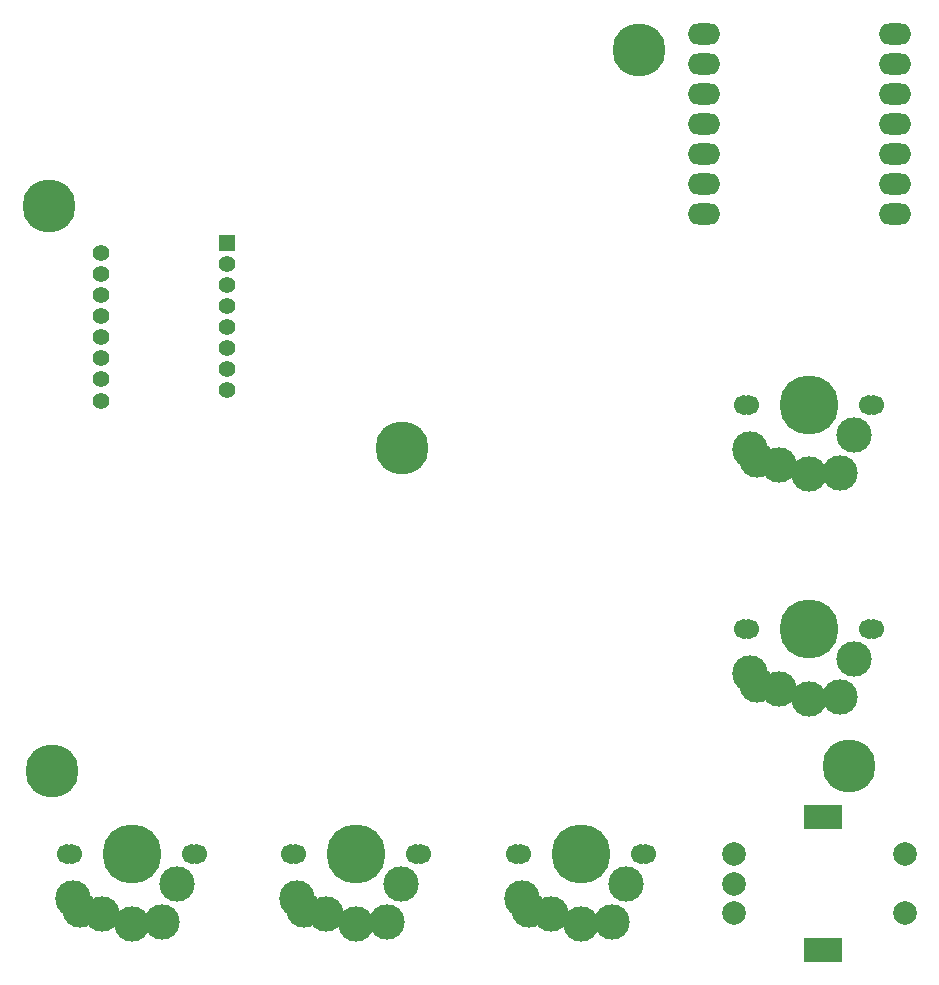
<source format=gbr>
%TF.GenerationSoftware,KiCad,Pcbnew,7.0.2*%
%TF.CreationDate,2024-03-23T03:03:49+01:00*%
%TF.ProjectId,Katkoot,4b61746b-6f6f-4742-9e6b-696361645f70,rev?*%
%TF.SameCoordinates,Original*%
%TF.FileFunction,Soldermask,Top*%
%TF.FilePolarity,Negative*%
%FSLAX46Y46*%
G04 Gerber Fmt 4.6, Leading zero omitted, Abs format (unit mm)*
G04 Created by KiCad (PCBNEW 7.0.2) date 2024-03-23 03:03:49*
%MOMM*%
%LPD*%
G01*
G04 APERTURE LIST*
%ADD10C,4.500000*%
%ADD11C,1.701800*%
%ADD12C,3.000000*%
%ADD13C,3.987800*%
%ADD14C,5.000000*%
%ADD15C,2.000000*%
%ADD16R,3.200000X2.000000*%
%ADD17O,2.750000X1.800000*%
%ADD18R,1.400000X1.400000*%
%ADD19C,1.400000*%
G04 APERTURE END LIST*
D10*
%TO.C,*%
X129300000Y-52300000D03*
%TD*%
D11*
%TO.C,SW2*%
X188170000Y-69150000D03*
X188590000Y-69150000D03*
D12*
X188670000Y-72900000D03*
X188670000Y-72950000D03*
X189270000Y-73850000D03*
X191130000Y-74230000D03*
D13*
X193670000Y-69150000D03*
D14*
X193670000Y-69150000D03*
D12*
X193670000Y-75050000D03*
X196270000Y-74900000D03*
X197480000Y-71690000D03*
D11*
X198750000Y-69150000D03*
X199170000Y-69150000D03*
%TD*%
D15*
%TO.C,SW1*%
X187300000Y-107200000D03*
X187300000Y-112200000D03*
X187300000Y-109700000D03*
D16*
X194800000Y-104100000D03*
X194800000Y-115300000D03*
D15*
X201800000Y-112200000D03*
X201800000Y-107200000D03*
%TD*%
D11*
%TO.C,SW6*%
X149800000Y-107200000D03*
X150220000Y-107200000D03*
D12*
X150300000Y-110950000D03*
X150300000Y-111000000D03*
X150900000Y-111900000D03*
X152760000Y-112280000D03*
D13*
X155300000Y-107200000D03*
D14*
X155300000Y-107200000D03*
D12*
X155300000Y-113100000D03*
X157900000Y-112950000D03*
X159110000Y-109740000D03*
D11*
X160380000Y-107200000D03*
X160800000Y-107200000D03*
%TD*%
%TO.C,SW8*%
X168845000Y-107200000D03*
X169265000Y-107200000D03*
D12*
X169345000Y-110950000D03*
X169345000Y-111000000D03*
X169945000Y-111900000D03*
X171805000Y-112280000D03*
D13*
X174345000Y-107200000D03*
D14*
X174345000Y-107200000D03*
D12*
X174345000Y-113100000D03*
X176945000Y-112950000D03*
X178155000Y-109740000D03*
D11*
X179425000Y-107200000D03*
X179845000Y-107200000D03*
%TD*%
%TO.C,SW5*%
X130800000Y-107200000D03*
X131220000Y-107200000D03*
D12*
X131300000Y-110950000D03*
X131300000Y-111000000D03*
X131900000Y-111900000D03*
X133760000Y-112280000D03*
D13*
X136300000Y-107200000D03*
D14*
X136300000Y-107200000D03*
D12*
X136300000Y-113100000D03*
X138900000Y-112950000D03*
X140110000Y-109740000D03*
D11*
X141380000Y-107200000D03*
X141800000Y-107200000D03*
%TD*%
D10*
%TO.C,*%
X159150000Y-72850000D03*
%TD*%
%TO.C,*%
X129550000Y-100150000D03*
%TD*%
%TO.C,*%
X179250000Y-39150000D03*
%TD*%
D11*
%TO.C,SW3*%
X188170000Y-88150000D03*
X188590000Y-88150000D03*
D12*
X188670000Y-91900000D03*
X188670000Y-91950000D03*
X189270000Y-92850000D03*
X191130000Y-93230000D03*
D13*
X193670000Y-88150000D03*
D14*
X193670000Y-88150000D03*
D12*
X193670000Y-94050000D03*
X196270000Y-93900000D03*
X197480000Y-90690000D03*
D11*
X198750000Y-88150000D03*
X199170000Y-88150000D03*
%TD*%
D17*
%TO.C,U3*%
X184755000Y-37780000D03*
X184755000Y-40320000D03*
X184755000Y-42860000D03*
X184755000Y-45400000D03*
X184755000Y-47940000D03*
X184755000Y-50480000D03*
X184755000Y-53020000D03*
X200945000Y-53020000D03*
X200945000Y-50480000D03*
X200945000Y-47940000D03*
X200945000Y-45400000D03*
X200945000Y-42860000D03*
X200945000Y-40320000D03*
X200945000Y-37780000D03*
%TD*%
D10*
%TO.C,*%
X197000000Y-99750000D03*
%TD*%
D18*
%TO.C,U2*%
X144400000Y-55450000D03*
D19*
X144400000Y-57230000D03*
X144400000Y-59010000D03*
X144400000Y-60790000D03*
X144400000Y-62570000D03*
X144400000Y-64350000D03*
X144400000Y-66130000D03*
X144400000Y-67910000D03*
X133700000Y-68800000D03*
X133700000Y-67020000D03*
X133700000Y-65240000D03*
X133700000Y-63460000D03*
X133700000Y-61680000D03*
X133700000Y-59900000D03*
X133700000Y-58120000D03*
X133700000Y-56340000D03*
%TD*%
M02*

</source>
